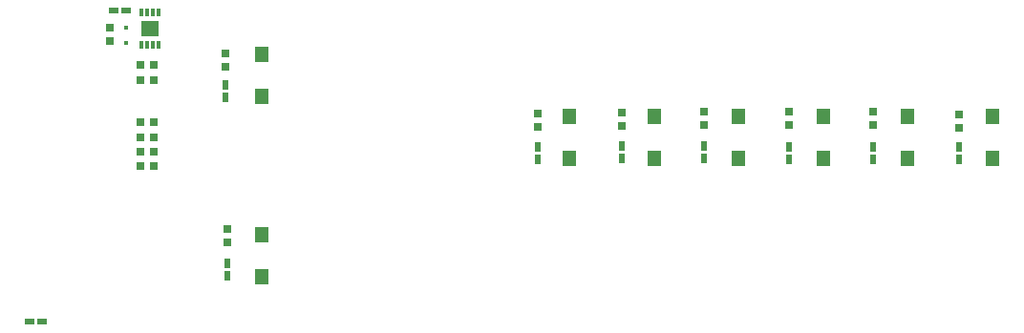
<source format=gbp>
G04 Layer_Color=128*
%FSLAX43Y43*%
%MOMM*%
G71*
G01*
G75*
%ADD20R,0.650X0.800*%
%ADD21R,0.800X0.650*%
%ADD22R,0.600X0.900*%
%ADD23R,0.900X0.600*%
%ADD24R,1.250X1.400*%
%ADD25R,0.400X0.400*%
%ADD26R,0.300X0.700*%
%ADD44R,1.550X1.350*%
D20*
X21006Y10354D02*
D03*
Y9154D02*
D03*
X55985Y20707D02*
D03*
X55985Y19507D02*
D03*
X20777Y25975D02*
D03*
Y24775D02*
D03*
X63235Y20807D02*
D03*
Y19607D02*
D03*
X70785Y20807D02*
D03*
Y19607D02*
D03*
X78235Y20757D02*
D03*
Y19557D02*
D03*
X10566Y28259D02*
D03*
X10566Y27059D02*
D03*
X85835Y19307D02*
D03*
Y20507D02*
D03*
X48485Y20607D02*
D03*
Y19407D02*
D03*
D21*
X14494Y15951D02*
D03*
X13294D02*
D03*
X13268Y24915D02*
D03*
X14468D02*
D03*
X13294Y19810D02*
D03*
X14494D02*
D03*
X13294Y17245D02*
D03*
X14494D02*
D03*
X13294Y18515D02*
D03*
X14494D02*
D03*
X13268Y23595D02*
D03*
X14468D02*
D03*
D22*
X21006Y6232D02*
D03*
Y7332D02*
D03*
X55985Y16607D02*
D03*
Y17707D02*
D03*
X20777Y22081D02*
D03*
Y23181D02*
D03*
X63200Y16598D02*
D03*
Y17698D02*
D03*
X85835Y17607D02*
D03*
Y16507D02*
D03*
X78224Y17642D02*
D03*
Y16542D02*
D03*
X70800Y17648D02*
D03*
Y16548D02*
D03*
X48485Y16507D02*
D03*
Y17607D02*
D03*
D23*
X10880Y29716D02*
D03*
X11980Y29716D02*
D03*
X4538Y2132D02*
D03*
X3438D02*
D03*
D24*
X81285Y20307D02*
D03*
X81285Y16607D02*
D03*
X73785Y20307D02*
D03*
Y16607D02*
D03*
X66285Y20307D02*
D03*
Y16607D02*
D03*
X24000Y25850D02*
D03*
Y22150D02*
D03*
X58785Y20307D02*
D03*
Y16607D02*
D03*
X24000Y9850D02*
D03*
Y6150D02*
D03*
X51285Y20307D02*
D03*
X51285Y16607D02*
D03*
X88785D02*
D03*
X88785Y20307D02*
D03*
D25*
X11979Y26831D02*
D03*
Y28231D02*
D03*
D26*
X13347Y26717D02*
D03*
X13847Y26717D02*
D03*
X14347Y26717D02*
D03*
X14847D02*
D03*
Y29617D02*
D03*
X14347Y29617D02*
D03*
X13847D02*
D03*
X13347D02*
D03*
D44*
X14097Y28167D02*
D03*
M02*

</source>
